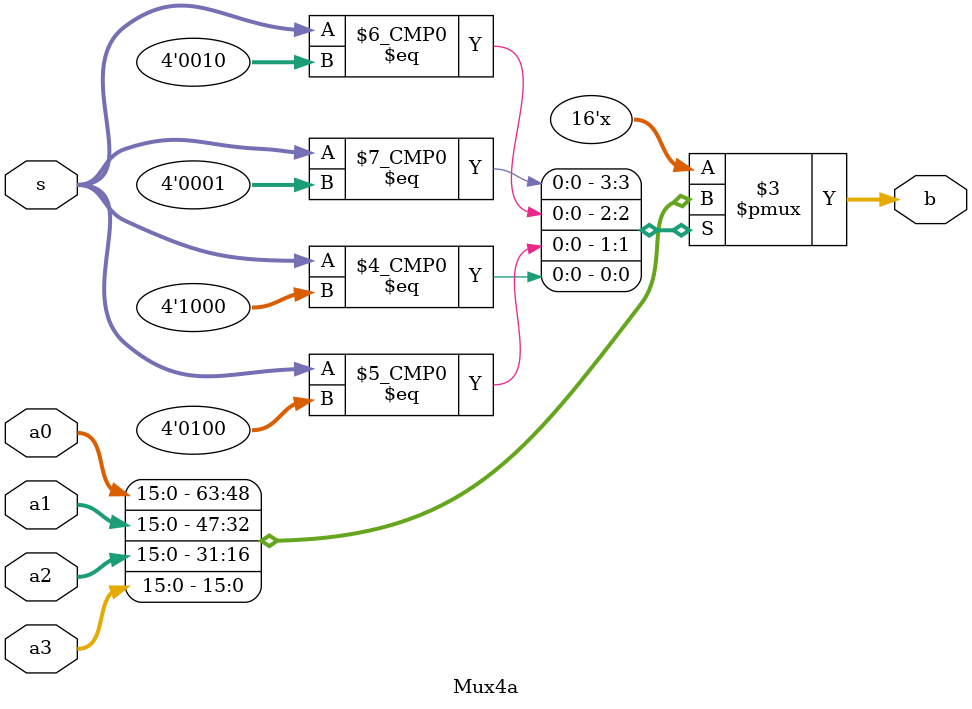
<source format=sv>
module datapath(clk, readnum, vsel, loada, loadb, shift, asel, bsel, ALUop, loadc, loads, writenum, write, sximm8, Z, V, N, datapath_out, mdata, sximm5, PC);
//hello
    input [15:0] sximm8;
    input [2:0] writenum, readnum;
    input write, clk, asel, bsel, loada, loadb, loadc, loads;
    input [1:0] shift, ALUop;
    output [15:0] datapath_out;
    output Z;
    output V;
    output N;

    input [15:0] mdata, sximm5;
    input [7:0] PC;
    input [3:0] vsel;

    wire [15:0] datapath_out;
    wire [2:0] status_out;

    wire [15:0] data_out, sout, data_in, piperegA_out, in, Ain, Bin, out;
    wire [2:0] status;

    regfile REGFILE (.data_in(data_in), .writenum(writenum), .write(write), .readnum(readnum), .clk(clk), .data_out(data_out)); //instatiates regfile

    vDFF_load_en #(16) piperegA(clk, loada, data_out, piperegA_out);
    vDFF_load_en #(16) piperegB(clk, loadb, data_out, in);
    //flip flops with load enable for the pipeline registers A and B

    shifter SHIFTER (.in(in), .shift(shift), .sout(sout)); //shifter instantiation
    Mux2a muxA(piperegA_out, 16'b0, asel, Ain);
    Mux2a muxB(sout, sximm5, bsel, Bin);
    //two option multiplexer for asel and bsel

    ALU ALU(.Ain(Ain), .Bin(Bin), .ALUop(ALUop), .out(out), .status(status)); //ALU instatiation

    vDFF_load_en #(16) piperegC(clk, loadc, out, datapath_out);
    //flip flop with load enable for pipeline register C

    vDFF_load_en #(3) statusreg(clk,loads,status,status_out);
    //flip flop with load enable for status register

    assign Z = status_out[2];
    assign V = status_out[1];
    assign N = status_out[0];
    //assigns status bits from 3 bit status_out

    Mux4a writebackMux(datapath_out, {8'b0, PC}, sximm8, mdata, vsel, data_in);
    //four option multiplexer for writing back

endmodule

module Mux2a (a0,a1,s,b); //two option multiplexer that uses 1 bit selection
    input [15:0] a0,a1;
    input s;
    output [15:0] b;
    reg [15:0] b;

    always_comb begin //outputs selection based on 1 bit s
        case(s)
        1'b0: b = a0;
        1'b1: b = a1;
        default: b = {16{1'bx}};
        endcase
    end
endmodule

module Mux4a (a0,a1,a2,a3,s,b); //multiplexer module with one hot select for 4 options
    input [15:0] a0,a1,a2,a3;
    input [3:0] s;
    output [15:0] b;
    reg [15:0] b;

    always_comb begin //outputs based on s using one hot code
        case(s)
        4'b0001: b = a0;
        4'b0010: b = a1;
        4'b0100: b = a2;
        4'b1000: b = a3;
        default: b = {16{1'bx}};
        endcase
    end
endmodule
</source>
